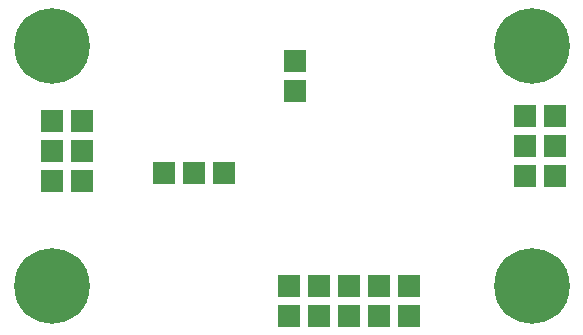
<source format=gbr>
%TF.GenerationSoftware,KiCad,Pcbnew,7.0.5.1-1-g8f565ef7f0-dirty-deb11*%
%TF.CreationDate,2023-07-05T14:53:15+00:00*%
%TF.ProjectId,PCRD01,50435244-3031-42e6-9b69-6361645f7063,01A*%
%TF.SameCoordinates,Original*%
%TF.FileFunction,Soldermask,Top*%
%TF.FilePolarity,Negative*%
%FSLAX46Y46*%
G04 Gerber Fmt 4.6, Leading zero omitted, Abs format (unit mm)*
G04 Created by KiCad (PCBNEW 7.0.5.1-1-g8f565ef7f0-dirty-deb11) date 2023-07-05 14:53:15*
%MOMM*%
%LPD*%
G01*
G04 APERTURE LIST*
G04 Aperture macros list*
%AMRoundRect*
0 Rectangle with rounded corners*
0 $1 Rounding radius*
0 $2 $3 $4 $5 $6 $7 $8 $9 X,Y pos of 4 corners*
0 Add a 4 corners polygon primitive as box body*
4,1,4,$2,$3,$4,$5,$6,$7,$8,$9,$2,$3,0*
0 Add four circle primitives for the rounded corners*
1,1,$1+$1,$2,$3*
1,1,$1+$1,$4,$5*
1,1,$1+$1,$6,$7*
1,1,$1+$1,$8,$9*
0 Add four rect primitives between the rounded corners*
20,1,$1+$1,$2,$3,$4,$5,0*
20,1,$1+$1,$4,$5,$6,$7,0*
20,1,$1+$1,$6,$7,$8,$9,0*
20,1,$1+$1,$8,$9,$2,$3,0*%
G04 Aperture macros list end*
%ADD10RoundRect,0.200000X0.762000X0.762000X-0.762000X0.762000X-0.762000X-0.762000X0.762000X-0.762000X0*%
%ADD11RoundRect,0.200000X-0.762000X0.762000X-0.762000X-0.762000X0.762000X-0.762000X0.762000X0.762000X0*%
%ADD12C,6.400000*%
G04 APERTURE END LIST*
D10*
%TO.C,J1*%
X2540000Y8890000D03*
X0Y8890000D03*
X2540000Y11430000D03*
X0Y11430000D03*
X2540000Y13970000D03*
X0Y13970000D03*
%TD*%
D11*
%TO.C,J2*%
X30276800Y0D03*
X30276800Y-2540000D03*
X27736800Y0D03*
X27736800Y-2540000D03*
X25196800Y0D03*
X25196800Y-2540000D03*
X22656800Y0D03*
X22656800Y-2540000D03*
X20116800Y0D03*
X20116800Y-2540000D03*
%TD*%
D10*
%TO.C,J5*%
X42646600Y9245600D03*
X40106600Y9245600D03*
X42646600Y11785600D03*
X40106600Y11785600D03*
X42646600Y14325600D03*
X40106600Y14325600D03*
%TD*%
D12*
%TO.C,P4*%
X0Y0D03*
%TD*%
%TO.C,P3*%
X0Y20320000D03*
%TD*%
%TO.C,P1*%
X40640000Y0D03*
%TD*%
%TO.C,P2*%
X40640000Y20320000D03*
%TD*%
D10*
%TO.C,J4*%
X20574000Y16510000D03*
X20574000Y19050000D03*
%TD*%
D11*
%TO.C,J3*%
X9525000Y9525000D03*
X12065000Y9525000D03*
X14605000Y9525000D03*
%TD*%
M02*

</source>
